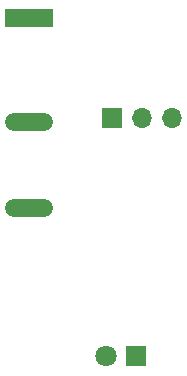
<source format=gbs>
G04 #@! TF.GenerationSoftware,KiCad,Pcbnew,5.1.12-84ad8e8a86~92~ubuntu20.04.1*
G04 #@! TF.CreationDate,2021-12-10T15:37:16+09:00*
G04 #@! TF.ProjectId,Key_checker,4b65795f-6368-4656-936b-65722e6b6963,rev?*
G04 #@! TF.SameCoordinates,Original*
G04 #@! TF.FileFunction,Soldermask,Bot*
G04 #@! TF.FilePolarity,Negative*
%FSLAX46Y46*%
G04 Gerber Fmt 4.6, Leading zero omitted, Abs format (unit mm)*
G04 Created by KiCad (PCBNEW 5.1.12-84ad8e8a86~92~ubuntu20.04.1) date 2021-12-10 15:37:16*
%MOMM*%
%LPD*%
G01*
G04 APERTURE LIST*
%ADD10O,4.100000X1.500000*%
%ADD11R,4.100000X1.500000*%
%ADD12R,1.700000X1.700000*%
%ADD13O,1.700000X1.700000*%
%ADD14R,1.800000X1.800000*%
%ADD15C,1.800000*%
G04 APERTURE END LIST*
D10*
X164830000Y-45020000D03*
X164830000Y-52320000D03*
D11*
X164830000Y-36220000D03*
D12*
X171910000Y-44655000D03*
D13*
X174450000Y-44655000D03*
X176990000Y-44655000D03*
D14*
X173950000Y-64870000D03*
D15*
X171410000Y-64870000D03*
M02*

</source>
